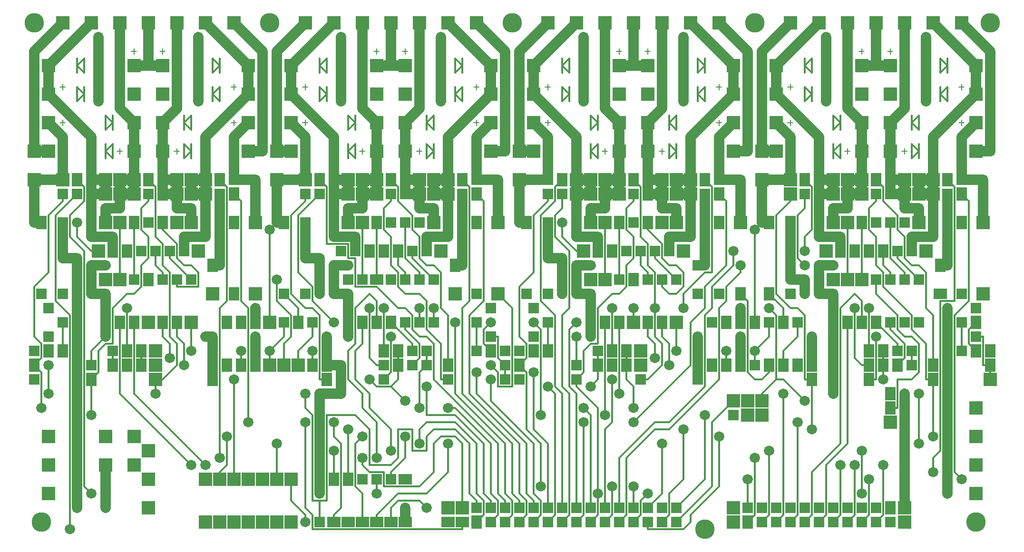
<source format=gtl>
%MOIN*%
%FSLAX25Y25*%
G04 D10 used for Character Trace; *
G04     Circle (OD=.00800) (No hole)*
G04 D11 used for Power Trace; *
G04     Circle (OD=.07200) (No hole)*
G04 D12 used for Signal Trace; *
G04     Circle (OD=.01200) (No hole)*
G04 D13 used for Via; *
G04     Circle (OD=.07200) (Round. Hole ID=.02000)*
G04 D14 used for Pad (shaved all sides); *
G04     Rect. (X=.07200, Y=.07200) (Round. Hole ID=.02700)*
G04 D15 used for Pad (shaved E/W); *
G04     Rect. (X=.07200, Y=.09200) (Round. Hole ID=.02700)*
G04 D16 used for Pad (shaved N/S); *
G04     Rect. (X=.09200, Y=.07200) (Round. Hole ID=.02700)*
G04 D17 used for Pad (not shaved); *
G04     Rect. (X=.09200, Y=.09200) (Round. Hole ID=.02700)*
G04 D18 used for Pad (shaved all sides); *
G04     Rect. (X=.07200, Y=.07200) (Round. Hole ID=.03400)*
G04 D19 used for Pad (shaved E/W); *
G04     Rect. (X=.07200, Y=.09200) (Round. Hole ID=.03400)*
G04 D20 used for Pad (shaved N/S); *
G04     Rect. (X=.09200, Y=.07200) (Round. Hole ID=.03400)*
G04 D21 used for Pad (not shaved); *
G04     Rect. (X=.09200, Y=.09200) (Round. Hole ID=.03400)*
G04 D22 used for Pad (shaved all sides); *
G04     Rect. (X=.07200, Y=.07200) (Round. Hole ID=.04400)*
G04 D23 used for Pad (shaved E/W); *
G04     Rect. (X=.07200, Y=.09200) (Round. Hole ID=.04400)*
G04 D24 used for Pad (shaved N/S); *
G04     Rect. (X=.09200, Y=.07200) (Round. Hole ID=.04400)*
G04 D25 used for Pad (not shaved); *
G04     Rect. (X=.09200, Y=.09200) (Round. Hole ID=.04400)*
G04 D26 used for Pad (shaved all sides); *
G04     Rect. (X=.07200, Y=.07200) (Round. Hole ID=.05150)*
G04 D27 used for Pad (shaved E/W); *
G04     Rect. (X=.07200, Y=.09200) (Round. Hole ID=.05150)*
G04 D28 used for Pad (shaved N/S); *
G04     Rect. (X=.09200, Y=.07200) (Round. Hole ID=.05150)*
G04 D29 used for Pad (not shaved); *
G04     Rect. (X=.09200, Y=.09200) (Round. Hole ID=.05150)*
G04 D30 used for Component hole; *
G04     Circle (OD=.09800) (Round. Hole ID=.07800)*
G04 D31 used for Component hole; *
G04     Circle (OD=.13700) (Round. Hole ID=.11700)*
G04 D32 used for Component hole; *
G04     Circle (OD=.16400) (Round. Hole ID=.14400)*
G04 D33 used for Component hole; *
G04     Circle (OD=.22500) (Round. Hole ID=.20500)*
%ADD10C,.00800*%
%ADD11C,.07200*%
%ADD12C,.01200*%
%ADD13C,.07200*%
%ADD14R,.07200X.07200*%
%ADD15R,.07200X.09200*%
%ADD16R,.09200X.07200*%
%ADD17R,.09200X.09200*%
%ADD18R,.07200X.07200*%
%ADD19R,.07200X.09200*%
%ADD20R,.09200X.07200*%
%ADD21R,.09200X.09200*%
%ADD22R,.07200X.07200*%
%ADD23R,.07200X.09200*%
%ADD24R,.09200X.07200*%
%ADD25R,.09200X.09200*%
%ADD26R,.07200X.07200*%
%ADD27R,.07200X.09200*%
%ADD28R,.09200X.07200*%
%ADD29R,.09200X.09200*%
%ADD30C,.09800*%
%ADD31C,.13700*%
%ADD32C,.16400*%
%ADD33C,.22500*%
%LPD*%
G90*X0Y0D02*D31*X15000Y20000D03*D13*              
X35000Y15000D03*D12*Y165000D01*X25000Y175000D01*  
Y235000D01*X40000Y250000D01*D18*D03*D12*          
X35000Y235000D02*X45000Y245000D01*                
X35000Y220000D02*Y235000D01*X45000Y210000D02*     
X35000Y220000D01*X45000Y45000D02*Y210000D01*      
X50000Y40000D02*X45000Y45000D01*D13*              
X50000Y40000D03*X60000Y30000D03*D11*Y60000D01*D17*
D03*D21*X80000Y80000D03*Y60000D03*D17*            
X60000Y80000D03*D21*X90000Y30000D03*D13*X40000D03*
D11*Y180000D01*D13*D03*D11*Y205000D01*X30000D01*  
Y230000D01*D18*D03*D12*X50000Y210000D02*          
X40000Y220000D01*X50000Y210000D02*X55000D01*D25*  
D03*D11*X65000D02*Y220000D01*D23*Y210000D03*D13*  
X60000Y200000D03*D11*X50000D01*Y180000D01*        
X60000D01*Y160000D01*D15*D03*D11*Y150000D01*D13*  
D03*D12*X50000Y140000D01*Y130000D01*D14*D03*D12*  
Y120000D02*X55000Y125000D01*D15*X50000Y120000D03* 
D12*Y95000D01*D13*D03*D12*X120000Y60000D02*       
X70000Y110000D01*D13*X120000Y60000D03*D17*        
X130000Y50000D03*D13*Y60000D03*D12*               
X80000Y110000D01*Y160000D01*D15*D03*D17*X90000D03*
D15*X70000D03*D12*Y110000D01*X55000Y125000D02*    
Y140000D01*X60000Y145000D01*X65000D01*Y170000D01* 
X75000Y180000D01*X80000D01*X85000Y185000D01*      
Y200000D01*X90000Y205000D01*Y220000D01*           
X85000Y225000D01*Y240000D01*X90000Y245000D01*     
Y250000D01*D18*D03*D12*X95000Y220000D02*          
Y255000D01*X100000Y215000D02*X95000Y220000D01*    
X100000Y200000D02*Y215000D01*X105000Y195000D02*   
X100000Y200000D01*X105000Y150000D02*Y195000D01*   
X110000Y145000D02*X105000Y150000D01*              
X110000Y130000D02*Y145000D01*X100000Y120000D02*   
X110000Y130000D01*X95000Y120000D02*X100000D01*D17*
X95000D03*D12*Y110000D01*D13*D03*                 
X115000Y130000D03*D12*Y145000D01*                 
X110000Y150000D01*Y160000D01*D15*D03*D12*         
X105000Y145000D02*X100000Y150000D01*              
X105000Y135000D02*Y145000D01*D13*Y135000D03*D17*  
X95000Y140000D03*Y130000D03*D13*X120000Y140000D03*
D12*Y160000D01*D17*D03*D13*X130000Y150000D03*D11* 
X135000D01*Y140000D01*D15*D03*D11*Y130000D01*D15* 
D03*D11*Y120000D01*D15*D03*X145000Y130000D03*D13* 
X150000Y120000D03*D12*Y50000D01*D17*D03*D12*      
X140000D02*Y55000D01*D17*Y50000D03*D12*Y55000D02* 
X145000Y60000D01*Y80000D01*D13*D03*               
X140000Y65000D03*D12*Y170000D01*X145000Y175000D01*
Y255000D01*X140000Y260000D01*D19*D03*             
X150000Y250000D03*D12*X155000Y245000D01*          
Y175000D01*X160000Y170000D01*Y90000D01*D13*D03*   
X180000Y75000D03*D12*Y50000D01*D17*D03*X190000D03*
D12*Y35000D01*X200000Y25000D01*Y20000D01*D13*D03* 
D12*X205000Y15000D02*X310000D01*Y20000D01*D20*D03*
D18*X320000Y30000D03*D12*Y35000D01*               
X315000Y40000D01*Y75000D01*X305000Y85000D01*      
X290000D01*X285000Y80000D01*Y70000D01*X275000D01* 
Y85000D01*X265000D01*Y65000D01*X260000Y60000D01*  
X245000D01*Y85000D01*X235000Y95000D01*X215000D01* 
Y35000D01*X210000D01*Y20000D01*D14*D03*D12*       
X205000Y15000D02*Y25000D01*X200000Y30000D01*      
Y90000D01*D13*D03*D12*X205000Y35000D02*Y95000D01* 
Y35000D02*X210000D01*D13*Y40000D03*D11*Y50000D01* 
D15*D03*D11*Y110000D01*X225000D01*Y130000D01*     
X215000D01*D15*D03*D11*Y140000D01*D15*D03*D11*    
Y150000D01*D13*D03*D14*X205000Y160000D03*D12*     
Y150000D01*X195000Y140000D01*Y130000D01*D17*D03*  
D13*X205000Y140000D03*D12*Y130000D01*D15*D03*     
X215000Y120000D03*D12*X210000D01*Y165000D01*      
X205000Y170000D01*X200000D01*X190000Y180000D01*   
Y235000D01*X200000Y245000D01*Y250000D01*D18*D03*  
D19*X210000Y260000D03*D12*X215000Y255000D01*      
Y215000D01*X230000D01*Y205000D01*X235000D01*      
Y185000D01*X250000D01*X265000Y170000D01*          
X270000D01*X275000Y165000D01*Y155000D01*          
X280000Y150000D01*X285000D01*X290000Y145000D01*   
Y120000D01*X335000Y75000D01*Y40000D01*            
X340000Y35000D01*Y30000D01*D18*D03*D12*Y20000D02* 
X345000Y25000D01*D18*X340000Y20000D03*D12*        
X345000Y25000D02*Y35000D01*X340000Y40000D01*      
Y75000D01*X305000Y110000D01*Y160000D01*D13*D03*   
D12*X300000Y130000D02*Y165000D01*D15*Y130000D03*  
D12*X295000Y120000D02*X300000D01*D14*D03*D12*     
X295000D02*Y145000D01*X285000Y155000D01*          
Y175000D01*X280000Y180000D01*X270000D01*          
X265000Y185000D01*Y195000D01*X260000Y200000D01*   
Y220000D01*X255000Y225000D01*Y240000D01*          
X260000Y245000D01*Y250000D01*D18*D03*D12*         
X275000Y235000D02*X265000Y245000D01*              
X275000Y225000D02*Y235000D01*X280000Y220000D02*   
X275000Y225000D01*X280000Y205000D02*Y220000D01*   
X285000Y200000D02*X280000Y205000D01*              
X285000Y200000D02*X290000D01*X295000Y195000D01*   
Y170000D01*X300000Y165000D01*D13*                 
X290000Y170000D03*D12*Y160000D01*D14*D03*D13*     
X280000Y170000D03*D12*Y160000D01*D14*D03*         
X270000D03*D12*Y155000D01*X280000Y145000D01*      
Y135000D01*X275000Y130000D01*D18*D03*D12*         
X280000Y100000D02*Y125000D01*D13*Y100000D03*D12*  
X285000Y95000D02*X305000D01*X325000Y75000D01*     
Y40000D01*X330000Y35000D01*Y30000D01*D18*D03*D12* 
Y20000D02*X335000Y25000D01*D18*X330000Y20000D03*  
D12*X335000Y25000D02*Y35000D01*X330000Y40000D01*  
Y75000D01*X305000Y100000D01*X300000D01*D13*D03*   
D12*X345000Y75000D02*X310000Y110000D01*           
X345000Y40000D02*Y75000D01*X350000Y35000D02*      
X345000Y40000D01*X350000Y30000D02*Y35000D01*D18*  
Y30000D03*D12*Y20000D02*X355000Y25000D01*D18*     
X350000Y20000D03*D12*X355000Y25000D02*Y35000D01*  
X350000Y40000D01*Y75000D01*X315000Y110000D01*     
Y165000D01*X325000Y175000D01*Y245000D01*          
X320000Y250000D01*D19*D03*D12*X315000Y175000D02*  
Y255000D01*X310000Y170000D02*X315000Y175000D01*   
X310000Y110000D02*Y170000D01*X355000Y75000D02*    
X320000Y110000D01*X355000Y40000D02*Y75000D01*     
X360000Y35000D02*X355000Y40000D01*                
X360000Y30000D02*Y35000D01*D18*Y30000D03*D12*     
Y20000D02*X365000Y25000D01*D18*X360000Y20000D03*  
D12*X365000Y25000D02*Y35000D01*X360000Y40000D01*  
Y75000D01*X330000Y105000D01*Y120000D01*D13*D03*   
D12*X335000Y115000D02*X345000D01*Y170000D01*      
X335000Y180000D01*D21*D03*D14*X330000Y170000D03*  
D18*X320000Y180000D03*D12*X350000Y150000D02*      
Y185000D01*X355000Y145000D02*X350000Y150000D01*   
X355000Y135000D02*Y145000D01*X350000Y130000D02*   
X355000Y135000D01*D15*X350000Y130000D03*D12*      
X355000Y125000D01*Y85000D01*X365000Y75000D01*     
Y45000D01*D13*D03*D18*X380000Y30000D03*D12*       
Y110000D01*X375000Y115000D01*Y165000D01*          
X365000Y175000D01*Y235000D01*X375000Y245000D01*   
Y255000D01*X380000Y260000D01*D19*D03*D21*         
X390000Y250000D03*D11*Y220000D01*X405000D01*      
Y210000D01*D23*D03*D13*X400000Y200000D03*D11*     
X390000D01*Y180000D01*X400000D01*Y160000D01*D15*  
D03*D11*Y150000D01*D13*D03*D12*Y145000D02*        
X405000D01*X395000Y140000D02*X400000Y145000D01*   
X395000Y125000D02*Y140000D01*X390000Y120000D02*   
X395000Y125000D01*D14*X390000Y120000D03*D12*      
Y115000D01*X405000Y100000D01*Y40000D01*D13*D03*   
D12*Y25000D01*X400000Y20000D01*D18*D03*D12*       
X390000D02*X395000Y25000D01*D18*X390000Y20000D03* 
D12*X395000Y25000D02*Y90000D01*D13*D03*D12*       
X400000Y30000D02*Y95000D01*D18*Y30000D03*         
X410000Y20000D03*D12*X415000Y25000D01*Y45000D01*  
D13*D03*D18*X430000Y30000D03*D12*Y45000D01*D13*   
D03*X440000Y40000D03*D12*X435000Y35000D01*        
Y25000D01*X430000Y20000D01*D18*D03*D12*X420000D02*
X425000Y25000D01*D18*X420000Y20000D03*D12*        
X425000Y25000D02*Y65000D01*X445000Y85000D01*      
X455000D01*X490000Y120000D01*Y170000D01*          
X495000Y175000D01*Y185000D01*X505000Y195000D01*   
Y200000D01*D13*D03*D12*X485000Y185000D02*         
X500000Y200000D01*X485000Y170000D02*Y185000D01*   
X480000Y165000D02*X485000Y170000D01*              
X480000Y115000D02*Y165000D01*X455000Y90000D02*    
X480000Y115000D01*X445000Y90000D02*X455000D01*    
X420000Y65000D02*X445000Y90000D01*                
X420000Y30000D02*Y65000D01*D18*Y30000D03*         
X410000D03*D12*Y85000D01*X415000Y90000D01*        
Y120000D01*D13*D03*D19*X425000Y130000D03*D12*     
Y120000D01*X430000Y115000D01*Y100000D01*D13*D03*  
X420000Y110000D03*D12*Y160000D01*D15*D03*D13*     
X430000Y170000D03*D12*Y160000D01*D17*D03*D12*     
X445000Y145000D02*X440000Y150000D01*              
X445000Y135000D02*Y145000D01*D13*Y135000D03*D12*  
X440000Y120000D02*X450000Y130000D01*              
X435000Y120000D02*X440000D01*D14*X435000D03*D12*  
X425000Y130000D02*Y140000D01*D19*D03*D17*         
X435000Y130000D03*D19*X415000D03*D17*             
X435000Y140000D03*D19*X415000D03*D12*Y170000D01*  
D13*D03*D12*Y180000D02*X420000D01*                
X405000Y170000D02*X415000Y180000D01*              
X405000Y145000D02*Y170000D01*D18*Y140000D03*D12*  
Y130000D01*D19*D03*D12*Y120000D01*                
X400000Y115000D01*D13*D03*D12*X390000Y30000D02*   
Y110000D01*D18*Y30000D03*D12*X380000Y20000D02*    
X385000Y25000D01*D18*X380000Y20000D03*D12*        
X385000Y25000D02*Y110000D01*X380000Y115000D01*    
Y165000D01*X385000Y170000D01*Y210000D01*          
X375000Y220000D01*Y235000D01*X380000Y240000D01*   
Y250000D01*D18*D03*D21*X390000Y260000D03*D11*     
Y250000D01*X400000D01*D21*D03*D11*Y260000D01*D21* 
D03*D11*X390000D01*Y290000D01*X360000Y320000D01*  
D21*D03*D11*Y340000D01*D21*D03*D11*               
X390000Y370000D01*D25*D03*D13*X395000Y360000D03*  
D11*Y315000D01*D13*D03*D12*X405000Y300000D02*     
Y305000D01*X400000Y295000D02*X405000Y300000D01*   
X400000Y295000D02*Y305000D01*X405000Y300000D01*   
Y295000D01*X400000Y280000D02*Y285000D01*          
Y275000D02*Y280000D01*X405000Y275000D02*          
Y285000D01*X400000Y280000D01*X405000Y275000D01*   
D10*X408200Y280000D02*X411800D01*                 
X410000Y282056D02*Y277944D01*D21*                 
X420000Y260000D03*D11*Y250000D01*D21*D03*D11*     
X410000D01*D21*D03*D11*Y240000D01*X400000D01*     
Y230000D01*D25*D03*X410000D03*D12*Y190000D01*D17* 
D03*D12*X420000Y180000D02*X425000Y185000D01*      
Y200000D01*X430000Y205000D01*Y220000D01*          
X425000Y225000D01*Y240000D01*X430000Y245000D01*   
Y250000D01*D18*D03*D12*X435000Y220000D02*         
Y255000D01*X440000Y215000D02*X435000Y220000D01*   
X440000Y200000D02*Y215000D01*X445000Y195000D02*   
X440000Y200000D01*X445000Y170000D02*Y195000D01*   
D13*Y170000D03*D12*Y150000D01*X450000Y145000D01*  
Y130000D01*D13*X455000D03*D12*Y145000D01*         
X450000Y150000D01*Y160000D01*D15*D03*D12*         
X440000Y150000D02*Y160000D01*D15*D03*D13*         
X460000Y140000D03*D12*Y160000D01*D17*D03*D13*     
X465000Y170000D03*D12*Y180000D01*                 
X480000Y195000D01*X485000D01*Y255000D01*          
X480000Y260000D01*D19*D03*X490000Y250000D03*D12*  
X495000Y245000D01*Y200000D01*X480000Y185000D01*   
Y170000D01*X470000Y160000D01*Y130000D01*          
X430000Y90000D01*D13*D03*X450000Y75000D03*D12*    
Y40000D01*X440000Y30000D01*D18*D03*               
X450000Y20000D03*D12*X455000Y25000D01*Y40000D01*  
X465000Y50000D01*Y85000D01*D13*D03*               
X480000Y95000D03*D12*Y50000D01*X460000Y30000D01*  
D18*D03*D12*X465000Y15000D02*X470000Y20000D01*    
X440000Y15000D02*X465000D01*X440000D02*Y20000D01* 
D18*D03*X450000Y30000D03*X460000Y20000D03*D12*    
X485000Y45000D01*Y90000D01*X500000Y105000D01*D21* 
D03*X510000Y95000D03*Y105000D03*D18*              
X500000Y95000D03*D12*X515000Y120000D02*X520000D01*
X525000Y125000D01*Y130000D01*D15*D03*D12*         
X550000Y105000D02*X535000Y120000D01*D13*          
X550000Y105000D03*D12*X530000Y120000D02*          
X535000D01*X520000Y110000D02*X530000Y120000D01*   
X520000Y105000D02*Y110000D01*D21*Y105000D03*      
Y95000D03*D12*X530000Y120000D02*Y165000D01*       
X525000Y170000D01*D13*D03*D15*X535000Y160000D03*  
D12*Y170000D01*X525000Y180000D01*D19*D03*D12*     
X540000Y170000D02*X530000Y180000D01*              
X540000Y170000D02*X545000D01*X550000Y165000D01*   
Y120000D01*X555000D01*D15*D03*D12*Y85000D01*D13*  
D03*X545000Y90000D03*D12*Y25000D01*               
X540000Y20000D01*D18*D03*D12*X530000D02*          
X535000Y25000D01*D18*X530000Y20000D03*D12*        
X535000Y25000D02*Y110000D01*D13*D03*D15*          
X555000Y130000D03*D11*Y140000D01*D15*D03*D11*     
Y150000D01*D13*D03*D14*X545000Y160000D03*D12*     
Y150000D01*X535000Y140000D01*Y130000D01*D15*D03*  
X545000D03*D13*X515000Y140000D03*D12*Y130000D01*  
D14*D03*D12*Y120000D02*X510000Y125000D01*         
Y175000D01*X505000Y180000D01*D19*D03*D13*         
Y170000D03*D11*Y160000D01*D15*D03*X515000D03*D12* 
Y225000D01*D13*D03*D11*X520000Y230000D02*         
X525000D01*D19*D03*D12*X530000Y180000D02*         
Y235000D01*D11*X540000Y190000D02*X550000D01*      
Y180000D01*D13*D03*D11*X540000Y190000D02*         
Y230000D01*D19*D03*D12*X545000Y205000D02*         
Y235000D01*X550000Y200000D02*X545000Y205000D01*   
D13*X550000Y200000D03*D11*X560000Y180000D02*      
Y200000D01*Y180000D02*X570000D01*Y160000D01*D15*  
D03*D11*Y150000D01*D13*D03*D11*Y110000D01*D13*D03*
D12*X590000Y130000D02*X595000D01*D15*D03*D12*     
X590000D02*X585000Y135000D01*Y170000D01*D13*D03*  
D12*X590000Y160000D02*Y175000D01*D15*Y160000D03*  
D13*X600000Y150000D03*D12*Y120000D01*X595000D01*  
D15*D03*D19*X605000Y130000D03*D12*Y120000D01*D13* 
D03*D19*X615000Y130000D03*D12*X620000Y135000D01*  
Y145000D01*X610000Y155000D01*Y160000D01*D14*D03*  
D12*X620000Y150000D02*X615000Y155000D01*          
X620000Y150000D02*X625000D01*X630000Y145000D01*   
Y125000D01*X625000Y120000D01*X615000D01*          
Y100000D01*X610000D01*D19*D03*D13*                
X620000Y110000D03*D11*Y30000D01*D21*D03*D18*      
X610000Y20000D03*D19*Y30000D03*D21*               
X620000Y20000D03*D12*X600000D02*X605000Y25000D01* 
D18*X600000Y20000D03*D12*X605000Y25000D02*        
Y60000D01*D13*D03*X595000Y50000D03*D12*Y25000D01* 
X590000Y20000D01*D18*D03*D12*X580000D02*          
X585000Y25000D01*D18*X580000Y20000D03*D12*        
X585000Y25000D02*Y60000D01*D13*D03*               
X590000Y70000D03*D12*Y40000D01*D13*D03*D18*       
X600000Y30000D03*X580000D03*X590000D03*D12*       
X570000Y20000D02*X575000Y25000D01*D18*            
X570000Y20000D03*D12*X575000Y25000D02*Y60000D01*  
D13*D03*D12*X565000Y25000D02*Y60000D01*           
X560000Y20000D02*X565000Y25000D01*D18*            
X560000Y20000D03*D12*X550000D02*X555000Y25000D01* 
D18*X550000Y20000D03*D12*X555000Y25000D02*        
Y55000D01*X575000Y75000D01*Y170000D01*            
X585000Y180000D01*X590000Y175000D01*D13*          
X595000Y170000D03*D12*Y140000D01*D15*D03*D12*     
X605000Y130000D02*Y140000D01*D19*D03*D18*         
X615000D03*D12*Y145000D01*X600000Y160000D01*D15*  
D03*D12*X615000Y155000D02*Y165000D01*             
X600000Y180000D01*Y190000D01*D14*D03*D12*         
X625000Y165000D02*X605000Y185000D01*              
X625000Y155000D02*Y165000D01*X635000Y145000D02*   
X625000Y155000D01*X635000Y120000D02*Y145000D01*   
Y120000D02*X640000D01*D15*D03*D12*Y80000D01*D13*  
D03*X630000Y75000D03*D12*Y110000D01*D13*D03*D21*  
X610000Y90000D03*D15*X640000Y130000D03*D12*       
Y165000D01*X635000Y170000D01*Y195000D01*          
X630000Y200000D01*X625000D01*X620000Y205000D01*   
Y220000D01*X615000Y225000D01*Y235000D01*          
X605000Y245000D01*Y255000D01*X600000Y260000D01*   
D19*D03*D18*X610000Y250000D03*D11*X620000D01*D21* 
D03*D11*Y240000D01*X630000D01*Y230000D01*D25*D03* 
D11*X625000Y220000D02*X640000D01*                 
X625000Y210000D02*Y220000D01*D22*Y210000D03*D25*  
X635000D03*D22*X615000D03*D12*Y205000D01*         
X630000Y190000D01*D14*D03*D12*X620000D02*         
Y195000D01*D14*Y190000D03*D12*Y195000D02*         
X610000Y205000D01*Y230000D01*D22*D03*D12*         
X600000Y200000D02*Y220000D01*X605000Y195000D02*   
X600000Y200000D01*X605000Y185000D02*Y195000D01*   
D14*X610000Y190000D03*D12*Y195000D01*             
X605000Y200000D01*Y210000D01*D23*D03*X595000D03*  
D12*X600000Y220000D02*X595000Y225000D01*          
Y240000D01*X600000Y245000D01*Y250000D01*D18*D03*  
X610000Y260000D03*D11*Y250000D01*D21*             
X620000Y260000D03*D11*Y250000D01*D21*             
X630000Y260000D03*D11*Y250000D01*D21*D03*D11*     
X640000D01*D21*D03*D11*Y220000D01*D22*            
X620000Y230000D03*D15*X645000Y200000D03*D11*      
X650000D01*Y250000D01*D18*D03*D12*                
X655000Y175000D02*Y255000D01*X645000Y175000D02*   
X655000D01*X645000Y70000D02*Y175000D01*           
X640000Y65000D02*X645000Y70000D01*                
X640000Y55000D02*Y65000D01*D13*Y55000D03*D12*     
X660000Y50000D02*X655000Y55000D01*D13*            
X660000Y50000D03*D12*X655000Y55000D02*Y165000D01* 
X665000Y175000D01*Y245000D01*X660000Y250000D01*   
D19*D03*D12*X655000Y255000D02*X650000Y260000D01*  
D19*D03*D11*X640000Y250000D02*Y260000D01*D21*D03* 
D11*X630000D01*X640000D02*Y290000D01*             
X670000Y320000D01*D21*D03*D11*Y340000D01*D21*D03* 
D11*X640000Y370000D01*D25*D03*D13*                
X635000Y360000D03*D11*Y315000D01*D13*D03*D12*     
X645000Y320000D02*Y325000D01*Y315000D02*          
Y320000D01*X650000Y315000D02*Y325000D01*          
X645000Y320000D01*X650000Y315000D01*D10*          
X658200Y325000D02*X661800D01*X660000Y327056D02*   
Y322944D01*X658200Y300000D02*X661800D01*          
X660000Y302056D02*Y297944D01*D12*                 
X630000Y295000D02*Y305000D01*X625000Y300000D01*   
Y295000D01*X630000D02*X625000Y300000D01*          
Y305000D01*D11*X610000Y300000D02*                 
X620000Y310000D01*D21*X610000Y300000D03*D11*      
Y280000D01*D21*D03*D11*Y260000D01*X620000D01*D12* 
X630000Y275000D02*Y280000D01*X625000Y275000D01*   
Y285000D01*X630000Y280000D01*Y285000D01*D10*      
X618200Y280000D02*X621800D01*X620000Y282056D02*   
Y277944D01*D11*Y310000D02*Y370000D01*D25*D03*D10* 
X608200Y350000D02*X611800D01*X610000Y352056D02*   
Y347944D01*D25*X600000Y370000D03*D11*Y340000D01*  
X590000D01*D21*D03*D11*X600000D02*X610000D01*D21* 
D03*X590000Y320000D03*D10*X588200Y350000D02*      
X591800D01*X590000Y352056D02*Y347944D01*D21*      
X610000Y320000D03*D25*X580000Y370000D03*D11*      
Y310000D01*X590000Y300000D01*D21*D03*D11*         
Y280000D01*D21*D03*D11*Y260000D01*D21*D03*D11*    
Y250000D01*D21*D03*D11*X580000D01*D21*D03*D11*    
Y240000D01*X570000D01*Y230000D01*D25*D03*D11*     
X560000Y220000D02*X575000D01*Y210000D01*D23*D03*  
D13*X570000Y200000D03*D11*X560000D01*D17*         
X570000Y190000D03*D13*X550000Y210000D03*D12*      
Y220000D01*X555000Y225000D01*Y255000D01*          
X550000Y260000D01*D19*D03*X560000Y250000D03*D11*  
Y220000D01*D25*X565000Y210000D03*D12*             
X545000Y235000D02*X550000Y240000D01*Y250000D01*   
D18*D03*X560000Y260000D03*D11*Y250000D01*         
X570000D01*D21*D03*D11*Y260000D01*D21*D03*D11*    
X560000D01*Y290000D01*X530000Y320000D01*D21*D03*  
D11*Y340000D01*D21*D03*D11*X560000Y370000D01*D25* 
D03*D13*X565000Y360000D03*D11*Y315000D01*D13*D03* 
D12*X575000Y300000D02*Y305000D01*                 
X570000Y295000D02*X575000Y300000D01*              
X570000Y295000D02*Y305000D01*X575000Y300000D01*   
Y295000D01*X570000Y280000D02*Y285000D01*          
Y275000D02*Y280000D01*X575000Y275000D02*          
Y285000D01*X570000Y280000D01*X575000Y275000D01*   
D10*X578200Y280000D02*X581800D01*                 
X580000Y282056D02*Y277944D01*D11*Y260000D02*      
X590000D01*D21*X580000D03*D11*Y250000D01*D22*     
X600000Y230000D03*D25*X580000D03*D12*Y190000D01*  
D17*D03*X590000D03*D12*Y230000D01*D23*D03*        
X585000Y210000D03*D18*X540000Y180000D03*D21*      
Y260000D03*D11*X520000D01*D17*D03*D11*Y230000D01* 
D12*X530000Y235000D02*X540000Y245000D01*          
Y250000D01*D21*D03*D11*Y260000D02*Y290000D01*     
X530000Y300000D01*D21*D03*D10*X538200D02*         
X541800D01*X540000Y302056D02*Y297944D01*D11*      
X500000Y280000D02*X510000D01*D21*X500000D03*D11*  
X490000Y260000D02*Y290000D01*D18*Y260000D03*D11*  
X505000D01*Y230000D01*D21*D03*D19*X490000D03*D13* 
X500000Y210000D03*D12*Y200000D01*D18*             
X490000Y180000D03*D11*X475000Y200000D02*          
X480000D01*D14*X475000D03*D11*X480000D02*         
Y250000D01*D18*D03*D21*X470000Y260000D03*D11*     
Y250000D01*D21*D03*D11*Y220000D01*X455000D01*     
Y210000D01*D22*D03*D12*X450000Y205000D02*         
Y215000D01*X455000Y200000D02*X450000Y205000D01*   
X455000Y200000D02*X460000D01*X465000Y195000D01*   
Y185000D01*X460000Y180000D01*X455000D01*          
X450000Y185000D01*Y190000D01*D14*D03*D12*         
X440000D02*Y195000D01*D14*Y190000D03*D12*         
Y195000D02*X435000Y200000D01*Y210000D01*D22*D03*  
D12*X460000Y190000D02*X445000Y205000D01*D14*      
X460000Y190000D03*D12*X445000Y205000D02*          
Y210000D01*D22*D03*D12*X450000Y215000D02*         
X440000Y225000D01*Y230000D01*D23*D03*D11*         
X450000Y240000D02*X460000D01*Y230000D01*D25*D03*  
D11*X450000Y240000D02*Y250000D01*D21*D03*D11*     
X440000D01*D19*D03*D11*Y260000D01*D18*D03*D11*    
X450000D01*D21*D03*D11*Y250000D01*D21*            
X460000Y260000D03*D11*Y250000D01*D21*D03*D11*     
X470000D01*X460000Y260000D02*X470000D01*          
Y290000D01*X500000Y320000D01*D21*D03*D11*         
Y340000D01*D21*D03*D11*X470000Y370000D01*D25*D03* 
D13*X465000Y360000D03*D11*Y315000D01*D13*D03*D12* 
X475000Y320000D02*Y325000D01*Y315000D02*          
Y320000D01*X480000Y315000D02*Y325000D01*          
X475000Y320000D01*X480000Y315000D01*D10*          
X488200Y325000D02*X491800D01*X490000Y327056D02*   
Y322944D01*X488200Y300000D02*X491800D01*          
X490000Y302056D02*Y297944D01*D12*                 
X460000Y295000D02*Y305000D01*X455000Y300000D01*   
Y295000D01*X460000D02*X455000Y300000D01*          
Y305000D01*D11*X440000Y300000D02*                 
X450000Y310000D01*D21*X440000Y300000D03*D11*      
Y280000D01*D21*D03*D11*Y260000D01*D12*            
X435000Y255000D02*X430000Y260000D01*D19*D03*D11*  
X410000D02*X420000D01*D21*X410000D03*D11*         
Y250000D01*X420000Y260000D02*Y280000D01*D21*D03*  
D11*Y300000D01*D21*D03*D11*X410000Y310000D01*     
Y370000D01*D25*D03*X430000D03*D11*Y340000D01*     
X420000D01*D21*D03*D11*X430000D02*X440000D01*D21* 
D03*D10*X438200Y350000D02*X441800D01*             
X440000Y352056D02*Y347944D01*D21*                 
X420000Y320000D03*D10*X418200Y350000D02*          
X421800D01*X420000Y352056D02*Y347944D01*D21*      
X440000Y320000D03*D25*X450000Y370000D03*D11*      
Y310000D01*D12*X475000Y335000D02*                 
X480000Y340000D01*Y335000D01*Y340000D02*          
Y345000D01*X475000Y335000D02*Y345000D01*          
X480000Y340000D01*D25*X490000Y370000D03*D11*      
X510000Y350000D01*Y280000D01*D17*X520000D03*D11*  
X530000D01*D21*D03*D11*X520000D02*Y350000D01*     
X540000Y370000D01*D25*D03*D31*X515000D03*D12*     
X550000Y340000D02*Y345000D01*Y335000D02*          
Y340000D01*X555000Y335000D02*Y345000D01*          
X550000Y340000D01*X555000Y335000D01*              
X550000Y315000D02*Y325000D01*Y315000D02*          
X555000Y320000D01*Y315000D01*Y320000D02*          
Y325000D01*Y320000D02*X550000Y325000D01*D10*      
X538200D02*X541800D01*X540000Y327056D02*          
Y322944D01*D21*X500000Y300000D03*D11*             
X490000Y290000D01*D12*X460000Y280000D02*          
Y285000D01*X455000Y275000D02*X460000Y280000D01*   
X455000Y275000D02*Y285000D01*X460000Y280000D01*   
Y275000D01*D10*X448200Y280000D02*X451800D01*      
X450000Y282056D02*Y277944D01*D23*                 
X420000Y230000D03*D12*Y190000D01*D14*D03*D15*     
X430000D03*D22*X425000Y210000D03*D17*             
X400000Y190000D03*D23*X415000Y210000D03*D25*      
X395000D03*D12*X390000D01*X380000Y220000D01*      
Y230000D01*D13*D03*D18*X370000D03*D11*Y205000D01* 
X380000D01*Y180000D01*D13*D03*D18*X370000D03*D13* 
X360000Y160000D03*D12*X365000Y155000D01*Y95000D01*
D13*D03*D12*X370000Y75000D02*X360000Y85000D01*    
X370000Y30000D02*Y75000D01*D18*Y30000D03*D12*     
Y20000D02*X375000Y25000D01*D18*X370000Y20000D03*  
D12*X375000Y25000D02*Y110000D01*X370000Y115000D01*
D13*D03*X360000Y125000D03*D12*Y85000D01*          
X390000Y110000D02*X385000Y115000D01*Y155000D01*   
X390000Y160000D01*D13*D03*Y150000D03*D12*         
Y130000D01*D14*D03*D19*X370000Y140000D03*D12*     
Y160000D01*D14*D03*X360000Y170000D03*Y150000D03*  
D18*X350000Y140000D03*D19*X360000D03*D18*         
X355000Y180000D03*D12*X350000Y185000D02*          
X360000Y195000D01*Y235000D01*X370000Y245000D01*   
Y250000D01*D18*D03*Y260000D03*D11*X350000D01*D17* 
D03*D11*Y230000D01*X355000D01*D19*D03*D21*        
X335000D03*D11*Y260000D01*X320000D01*D18*D03*D11* 
Y290000D01*X330000Y300000D01*D21*D03*D10*         
X318200D02*X321800D01*X320000Y302056D02*          
Y297944D01*D17*X350000Y280000D03*D11*X360000D01*  
D21*D03*D11*X370000Y260000D02*Y290000D01*         
X350000Y280000D02*Y350000D01*X370000Y370000D01*   
D25*D03*D31*X345000D03*D12*X380000Y340000D02*     
Y345000D01*Y335000D02*Y340000D01*                 
X385000Y335000D02*Y345000D01*X380000Y340000D01*   
X385000Y335000D01*X380000Y315000D02*Y325000D01*   
Y315000D02*X385000Y320000D01*Y315000D01*          
Y320000D02*Y325000D01*Y320000D02*                 
X380000Y325000D01*D10*X368200D02*X371800D01*      
X370000Y327056D02*Y322944D01*X368200Y300000D02*   
X371800D01*X370000Y302056D02*Y297944D01*D21*      
X360000Y300000D03*D11*X370000Y290000D01*          
X330000Y280000D02*X340000D01*D21*X330000D03*D11*  
X340000D02*Y350000D01*X320000Y370000D01*D25*D03*  
X300000D03*D11*X330000Y340000D01*D21*D03*D11*     
Y320000D01*D21*D03*D11*X300000Y290000D01*         
Y260000D01*D21*D03*D11*Y250000D01*D21*D03*D11*    
Y220000D01*X285000D01*Y210000D01*D22*D03*D25*     
X295000D03*D22*X275000D03*D12*Y205000D01*         
X290000Y190000D01*D14*D03*D12*X280000D02*         
Y195000D01*D14*Y190000D03*D12*Y195000D02*         
X270000Y205000D01*Y230000D01*D22*D03*D11*         
X280000Y240000D02*X290000D01*Y230000D01*D25*D03*  
D11*X280000Y240000D02*Y250000D01*D21*D03*D11*     
X270000D01*D18*D03*D11*Y260000D01*D18*D03*D11*    
X280000D01*D21*D03*D11*Y250000D01*D21*            
X290000Y260000D03*D11*Y250000D01*D21*D03*D11*     
X300000D01*D19*X310000Y260000D03*D12*             
X315000Y255000D01*D18*X310000Y250000D03*D11*      
Y200000D01*X305000D01*D15*D03*D17*Y180000D03*D19* 
X320000Y230000D03*D22*X280000D03*D12*             
X270000Y190000D02*Y195000D01*D14*Y190000D03*D12*  
Y195000D02*X265000Y200000D01*Y210000D01*D23*D03*  
X255000D03*D16*X250000Y190000D03*D12*Y230000D01*  
D23*D03*D11*X230000Y240000D02*X240000D01*         
X230000Y230000D02*Y240000D01*D25*Y230000D03*D11*  
X240000Y240000D02*Y250000D01*D21*D03*D11*         
X250000D01*D21*D03*D11*Y260000D01*D21*D03*D11*    
X240000D01*D21*D03*D11*Y250000D01*                
X250000Y260000D02*Y280000D01*D21*D03*D11*         
Y300000D01*D21*D03*D11*X240000Y310000D01*         
Y370000D01*D25*D03*D13*X225000Y360000D03*D11*     
Y315000D01*D13*D03*D12*X235000Y300000D02*         
Y305000D01*X230000Y295000D02*X235000Y300000D01*   
X230000Y295000D02*Y305000D01*X235000Y300000D01*   
Y295000D01*X230000Y280000D02*Y285000D01*          
Y275000D02*Y280000D01*X235000Y275000D02*          
Y285000D01*X230000Y280000D01*X235000Y275000D01*   
D10*X238200Y280000D02*X241800D01*                 
X240000Y282056D02*Y277944D01*D11*                 
X220000Y260000D02*Y290000D01*D18*Y260000D03*D11*  
Y250000D01*D19*D03*D11*Y220000D01*X235000D01*     
Y210000D01*D22*D03*D13*X230000Y200000D03*D11*     
X220000D01*Y180000D01*X230000D01*Y160000D01*D15*  
D03*D11*Y150000D01*D13*D03*D12*Y140000D02*        
X235000Y145000D01*X230000Y120000D02*Y140000D01*   
X240000Y110000D02*X230000Y120000D01*              
X240000Y100000D02*Y110000D01*X250000Y90000D02*    
X240000Y100000D01*X250000Y65000D02*Y90000D01*D13* 
Y65000D03*D12*X260000Y50000D02*Y55000D01*D14*     
Y50000D03*D12*X255000Y45000D02*Y55000D01*         
Y45000D02*X280000D01*X290000Y55000D01*Y75000D01*  
X295000Y80000D01*X305000D01*X310000Y75000D01*     
Y30000D01*D21*D03*D19*X320000Y20000D03*D12*       
X325000Y25000D01*Y35000D01*X320000Y40000D01*      
Y75000D01*X305000Y90000D01*X285000D01*            
X280000Y85000D01*Y75000D01*D13*D03*D12*           
X260000Y55000D02*X270000Y65000D01*                
X245000Y55000D02*X255000D01*X245000D02*           
X240000Y60000D01*Y65000D01*D13*D03*D12*           
X235000Y45000D02*Y75000D01*X240000Y40000D02*      
X235000Y45000D01*X240000Y20000D02*Y40000D01*D16*  
Y20000D03*X250000D03*D12*Y25000D01*               
X265000Y40000D01*X285000D01*X300000Y55000D01*     
Y75000D01*D13*D03*D12*X285000Y95000D02*Y115000D01*
D13*D03*D12*X280000Y125000D02*X285000Y130000D01*  
D18*D03*D12*Y140000D01*D18*D03*D12*X275000D02*    
Y145000D01*D18*Y140000D03*D12*Y145000D02*         
X260000Y160000D01*D15*D03*X250000D03*D12*         
Y175000D01*X245000Y180000D01*X235000Y170000D01*   
Y145000D01*Y140000D02*X240000Y145000D01*          
X235000Y120000D02*Y140000D01*X245000Y110000D02*   
X235000Y120000D01*X245000Y100000D02*Y110000D01*   
X260000Y85000D02*X245000Y100000D01*               
X260000Y70000D02*Y85000D01*D13*Y70000D03*         
X270000Y80000D03*D12*Y65000D01*D16*Y50000D03*D14* 
X250000D03*D12*Y40000D01*D13*D03*D12*             
X260000Y20000D02*Y30000D01*D16*Y20000D03*D13*     
X270000Y30000D03*D11*Y20000D01*D16*D03*D12*       
X260000Y30000D02*X265000Y35000D01*X280000D01*     
X285000Y30000D01*D13*D03*D20*X300000Y20000D03*D21*
Y30000D03*D14*X240000Y50000D03*D12*               
X235000Y75000D02*X240000Y80000D01*D13*D03*        
X230000Y85000D03*D12*Y50000D01*D15*D03*X220000D03*
D12*Y70000D01*D13*D03*D12*X225000Y30000D02*       
Y75000D01*X220000Y25000D02*X225000Y30000D01*      
X220000Y20000D02*Y25000D01*D16*Y20000D03*         
X230000D03*D17*X190000D03*X180000D03*             
X170000Y50000D03*Y20000D03*D12*X225000Y75000D02*  
X220000Y80000D01*Y90000D01*D13*D03*D12*           
X205000Y95000D02*X200000Y100000D01*Y110000D01*D13*
D03*D17*X185000Y130000D03*D12*Y145000D01*         
X190000Y150000D01*Y165000D01*X180000Y175000D01*   
Y190000D01*D13*D03*D18*X185000Y180000D03*D12*     
X195000Y170000D01*Y160000D01*D15*D03*D12*         
X175000Y140000D02*X185000Y150000D01*D13*          
X175000Y140000D03*D12*Y130000D01*D17*D03*D15*     
X165000D03*D11*Y150000D01*D13*D03*D17*            
X175000Y160000D03*D12*Y225000D01*D13*D03*D11*     
X180000Y230000D02*X185000D01*D19*D03*D11*         
X180000D02*Y260000D01*D17*D03*D11*X200000D01*D21* 
D03*D11*Y290000D01*X190000Y300000D01*D21*D03*D10* 
X198200D02*X201800D01*X200000Y302056D02*          
Y297944D01*D11*X160000Y280000D02*X170000D01*D21*  
X160000D03*D11*X150000Y260000D02*Y290000D01*D18*  
Y260000D03*D11*X165000D01*Y230000D01*D21*D03*D19* 
X150000D03*D18*X140000Y250000D03*D11*Y200000D01*  
X135000D01*D15*D03*D25*X125000Y210000D03*D12*     
Y185000D02*Y195000D01*X110000Y185000D02*          
X125000D01*X110000D02*Y190000D01*D14*D03*D12*     
X125000Y195000D02*X120000Y200000D01*X115000D01*   
X110000Y205000D01*Y215000D01*X100000Y225000D01*   
Y230000D01*D23*D03*D11*X110000Y240000D02*         
X120000D01*Y230000D01*D25*D03*D11*                
X115000Y220000D02*X130000D01*X115000Y210000D02*   
Y220000D01*D22*Y210000D03*X105000D03*D12*         
Y205000D01*X120000Y190000D01*D14*D03*D17*         
X135000Y180000D03*D12*X100000Y190000D02*          
Y195000D01*D14*Y190000D03*D12*Y195000D02*         
X95000Y200000D01*Y210000D01*D22*D03*X85000D03*D25*
X110000Y230000D03*D14*X80000Y190000D03*D12*       
Y230000D01*D23*D03*D11*X60000Y240000D02*X70000D01*
X60000Y230000D02*Y240000D01*D25*Y230000D03*D11*   
X70000Y240000D02*Y250000D01*D21*D03*D11*X80000D01*
D21*D03*D11*Y260000D01*D21*D03*D11*X70000D01*D21* 
D03*D11*Y250000D01*X80000Y260000D02*Y280000D01*   
D21*D03*D11*Y300000D01*D21*D03*D11*               
X70000Y310000D01*Y370000D01*D25*D03*D13*          
X55000Y360000D03*D11*Y315000D01*D13*D03*D12*      
X65000Y300000D02*Y305000D01*X60000Y295000D02*     
X65000Y300000D01*X60000Y295000D02*Y305000D01*     
X65000Y300000D01*Y295000D01*X60000Y280000D02*     
Y285000D01*Y275000D02*Y280000D01*X65000Y275000D02*
Y285000D01*X60000Y280000D01*X65000Y275000D01*D10* 
X68200Y280000D02*X71800D01*X70000Y282056D02*      
Y277944D01*D11*X50000Y260000D02*Y290000D01*D18*   
Y260000D03*D11*Y250000D01*D19*D03*D11*Y220000D01* 
X65000D01*D23*X75000Y210000D03*D25*               
X70000Y230000D03*D12*Y190000D01*D17*D03*X60000D03*
D15*X90000D03*D13*X75000Y170000D03*D12*Y140000D01*
D19*D03*X85000Y130000D03*D12*Y140000D01*D19*D03*  
X75000Y130000D03*D12*X100000Y150000D02*Y160000D01*
D15*D03*D18*X65000Y140000D03*D12*Y130000D01*D19*  
D03*D14*X30000Y160000D03*D12*Y140000D01*D19*D03*  
D14*X20000Y150000D03*D13*Y130000D03*D12*          
Y110000D01*D13*D03*D14*X10000Y120000D03*D13*      
X15000Y100000D03*D12*Y125000D01*X10000Y130000D01* 
D15*D03*D12*X15000Y135000D01*Y145000D01*          
X10000Y150000D01*Y185000D01*X20000Y195000D01*     
Y235000D01*X30000Y245000D01*Y250000D01*D18*D03*   
D19*X40000Y260000D03*D12*X45000Y255000D01*        
Y245000D01*D11*X50000Y250000D02*X60000D01*D21*D03*
D11*Y260000D01*D21*D03*D11*X50000D01*D21*         
X30000D03*D11*X10000D01*D17*D03*D11*Y230000D01*   
X15000D01*D19*D03*D12*X40000Y220000D02*Y230000D01*
D13*D03*D11*X30000Y260000D02*Y290000D01*          
X20000Y300000D01*D21*D03*D10*X28200D02*X31800D01* 
X30000Y302056D02*Y297944D01*D17*X10000Y280000D03* 
D11*X20000D01*D21*D03*D11*X10000D02*Y350000D01*   
X30000Y370000D01*D25*D03*X50000D03*D11*           
X20000Y340000D01*D21*D03*D11*Y320000D01*D21*D03*  
D11*X50000Y290000D01*D12*X45000Y315000D02*        
Y320000D01*X40000Y315000D01*Y325000D01*           
X45000Y320000D01*Y325000D01*Y335000D02*Y345000D01*
X40000Y340000D01*Y335000D01*X45000D02*            
X40000Y340000D01*Y345000D01*D10*X28200Y325000D02* 
X31800D01*X30000Y327056D02*Y322944D01*D31*        
X10000Y370000D03*D21*X80000Y320000D03*Y340000D03* 
D11*X90000D01*X100000D01*D21*D03*D10*             
X98200Y350000D02*X101800D01*X100000Y352056D02*    
Y347944D01*D11*X90000Y340000D02*Y370000D01*D25*   
D03*D10*X78200Y350000D02*X81800D01*               
X80000Y352056D02*Y347944D01*D25*X110000Y370000D03*
D11*Y310000D01*X100000Y300000D01*D21*D03*D11*     
Y280000D01*D21*D03*D11*Y260000D01*D18*D03*D11*    
Y250000D01*D19*D03*D11*X110000D01*D21*D03*D11*    
Y240000D01*D21*X120000Y250000D03*D11*X130000D01*  
D21*D03*D11*Y220000D01*Y250000D02*Y260000D01*D21* 
D03*D11*X120000D01*D21*D03*D11*Y250000D01*        
X130000Y260000D02*Y290000D01*X160000Y320000D01*   
D21*D03*D11*Y340000D01*D21*D03*D11*               
X130000Y370000D01*D25*D03*D13*X125000Y360000D03*  
D11*Y315000D01*D13*D03*D12*X135000Y320000D02*     
Y325000D01*Y315000D02*Y320000D01*                 
X140000Y315000D02*Y325000D01*X135000Y320000D01*   
X140000Y315000D01*D10*X148200Y325000D02*          
X151800D01*X150000Y327056D02*Y322944D01*          
X148200Y300000D02*X151800D01*X150000Y302056D02*   
Y297944D01*D12*X120000Y295000D02*Y305000D01*      
X115000Y300000D01*Y295000D01*X120000D02*          
X115000Y300000D01*Y305000D01*D21*                 
X100000Y320000D03*D12*X115000Y275000D02*          
Y285000D01*Y275000D02*X120000Y280000D01*          
Y275000D01*Y280000D02*Y285000D01*Y280000D02*      
X115000Y285000D01*D10*X108200Y280000D02*          
X111800D01*X110000Y282056D02*Y277944D01*D11*      
X100000Y260000D02*X110000D01*D21*D03*D11*         
Y250000D01*D12*X95000Y255000D02*X90000Y260000D01* 
D19*D03*D22*Y230000D03*D11*X150000Y290000D02*     
X160000Y300000D01*D21*D03*D17*X180000Y280000D03*  
D11*X190000D01*D21*D03*D11*X180000D02*Y350000D01* 
X200000Y370000D01*D25*D03*X220000D03*D11*         
X190000Y340000D01*D21*D03*D11*Y320000D01*D21*D03* 
D11*X220000Y290000D01*D12*X215000Y315000D02*      
Y320000D01*X210000Y315000D01*Y325000D01*          
X215000Y320000D01*Y325000D01*Y335000D02*          
Y345000D01*X210000Y340000D01*Y335000D01*          
X215000D02*X210000Y340000D01*Y345000D01*D10*      
X198200Y325000D02*X201800D01*X200000Y327056D02*   
Y322944D01*D31*X175000Y370000D03*D21*             
X250000Y320000D03*Y340000D03*D11*X260000D01*      
X270000D01*D21*D03*D10*X268200Y350000D02*         
X271800D01*X270000Y352056D02*Y347944D01*D11*      
X260000Y340000D02*Y370000D01*D25*D03*D10*         
X248200Y350000D02*X251800D01*X250000Y352056D02*   
Y347944D01*D25*X280000Y370000D03*D11*Y310000D01*  
X270000Y300000D01*D21*D03*D11*Y280000D01*D21*D03* 
D11*Y260000D01*D12*X265000Y245000D02*Y255000D01*  
X260000Y260000D01*D19*D03*D10*X278200Y280000D02*  
X281800D01*X280000Y282056D02*Y277944D01*D12*      
X285000Y275000D02*Y285000D01*Y275000D02*          
X290000Y280000D01*Y275000D01*Y280000D02*          
Y285000D01*Y280000D02*X285000Y285000D01*          
X290000Y295000D02*Y305000D01*X285000Y300000D01*   
Y295000D01*X290000D02*X285000Y300000D01*          
Y305000D01*D13*X295000Y315000D03*D11*Y360000D01*  
D13*D03*D12*X310000Y340000D02*Y345000D01*         
X305000Y335000D02*X310000Y340000D01*              
X305000Y335000D02*Y345000D01*X310000Y340000D01*   
Y335000D01*D10*X318200Y325000D02*X321800D01*      
X320000Y327056D02*Y322944D01*D12*                 
X305000Y320000D02*Y325000D01*Y315000D02*          
Y320000D01*X310000Y315000D02*Y325000D01*          
X305000Y320000D01*X310000Y315000D01*D21*          
X270000Y320000D03*D11*X290000Y260000D02*          
X300000D01*D22*X260000Y230000D03*D23*             
X245000Y210000D03*D25*X240000Y230000D03*D12*      
Y190000D01*D14*D03*X230000D03*X260000D03*D13*     
X245000Y170000D03*D12*Y135000D01*                 
X250000Y130000D01*X255000D01*D14*D03*D12*         
Y120000D02*X260000Y125000D01*D14*                 
X255000Y120000D03*D12*X270000Y105000D02*          
X260000Y115000D01*D13*X270000Y105000D03*D12*      
X250000Y115000D02*X260000D01*X250000D02*          
X245000Y120000D01*D13*D03*D12*X260000Y115000D02*  
X265000Y120000D01*Y130000D01*D19*D03*D12*         
Y140000D01*D19*D03*D15*X255000D03*D12*Y170000D01* 
D13*D03*D15*X240000Y160000D03*D12*Y145000D01*     
X260000Y125000D02*Y150000D01*D13*D03*             
X220000Y160000D03*D12*X205000Y175000D01*          
Y185000D01*X195000Y195000D01*Y235000D01*          
X210000Y250000D01*D18*D03*D11*X220000Y260000D02*  
X230000D01*D21*D03*D11*Y250000D01*D21*D03*D11*    
X220000D01*D18*X200000Y230000D03*D11*Y205000D01*  
X210000D01*Y180000D01*D13*D03*D18*X200000D03*D14* 
X185000Y160000D03*D12*Y150000D01*D13*             
X165000Y170000D03*D11*Y160000D01*D15*D03*         
X155000D03*D13*Y140000D03*D12*Y130000D01*D15*D03* 
X145000Y160000D03*D21*X165000Y180000D03*D19*      
X150000D03*D21*X90000Y70000D03*D22*               
X225000Y210000D03*D21*X90000Y50000D03*D17*        
X160000D03*X130000Y20000D03*X140000D03*X150000D03*
X160000D03*D18*X30000Y180000D03*D14*              
X20000Y170000D03*D19*Y140000D03*D25*Y80000D03*    
Y60000D03*Y40000D03*D18*X15000Y180000D03*         
X10000Y140000D03*D11*X170000Y280000D02*Y350000D01*
X150000Y370000D01*D25*D03*D12*X135000Y335000D02*  
Y345000D01*Y335000D02*X140000Y340000D01*          
Y335000D01*Y340000D02*Y345000D01*Y340000D02*      
X135000Y345000D01*D14*X320000Y160000D03*D12*      
Y140000D01*D18*D03*D12*X330000D02*                
X325000Y145000D01*D19*X330000Y140000D03*D12*      
X340000Y130000D02*X335000Y135000D01*D14*          
X340000Y130000D03*D12*Y120000D01*D14*D03*D12*     
X335000Y115000D02*Y125000D01*X330000Y130000D01*   
D13*D03*D12*X335000Y135000D02*Y150000D01*         
X330000D01*D14*D03*D12*X325000Y145000D02*         
Y155000D01*X330000Y160000D01*D13*D03*D18*         
X340000Y140000D03*D13*X320000Y125000D03*D12*      
Y110000D01*D14*X350000Y120000D03*D13*             
X395000Y100000D03*D12*X400000Y95000D01*D13*       
X410000D03*D12*Y160000D01*D15*D03*D25*            
X465000Y210000D03*D14*X475000Y120000D03*D11*      
Y130000D01*D15*D03*D11*Y140000D01*D15*D03*D11*    
Y150000D01*D13*D03*D14*X485000Y160000D03*D15*     
X495000Y130000D03*D12*Y140000D01*D13*D03*D15*     
X505000Y130000D03*D11*Y150000D01*D13*D03*D12*     
X515000Y140000D02*X525000Y150000D01*Y160000D01*   
D14*D03*D15*X495000D03*X485000Y130000D03*D14*     
X475000Y180000D03*D15*X580000Y160000D03*D12*      
Y75000D01*X565000Y60000D01*D18*X540000Y30000D03*  
X550000D03*X560000D03*X570000D03*X530000D03*D13*  
X525000Y70000D03*D12*Y25000D01*X520000Y20000D01*  
D18*D03*D12*X510000D02*X515000Y25000D01*D19*      
X510000Y20000D03*D12*X515000Y25000D02*Y65000D01*  
D13*D03*X510000Y50000D03*D12*Y30000D01*D18*D03*   
D21*X500000Y20000D03*D18*X520000Y30000D03*D21*    
X500000D03*D12*X470000Y25000D02*X490000Y45000D01* 
X470000Y20000D02*Y25000D01*D31*X480000Y15000D03*  
D12*X490000Y45000D02*Y80000D01*D13*D03*D19*       
X610000Y110000D03*D14*X620000Y160000D03*D18*      
X625000Y130000D03*D12*Y140000D01*D18*D03*D14*     
X630000Y160000D03*D13*X650000Y170000D03*D11*      
Y40000D01*D13*D03*D31*X670000Y20000D03*D25*       
Y60000D03*Y40000D03*Y80000D03*Y100000D03*D17*     
X680000Y120000D03*D12*Y130000D01*D15*D03*D12*     
X675000D01*Y150000D01*X670000D01*D14*D03*D12*     
X665000Y145000D02*Y155000D01*X670000Y140000D02*   
X665000Y145000D01*D19*X670000Y140000D03*          
X680000D03*D18*X660000D03*D12*Y160000D01*D14*D03* 
D12*X665000Y155000D02*X670000Y160000D01*D15*D03*  
D14*Y170000D03*D21*X675000Y180000D03*D18*         
X660000D03*D16*X645000D03*D21*X675000Y230000D03*  
D11*Y260000D01*X660000D01*D18*D03*D11*Y290000D01* 
X670000Y300000D01*D21*D03*Y280000D03*D11*         
X680000D01*Y350000D01*X660000Y370000D01*D25*D03*  
D31*X680000D03*D12*X645000Y335000D02*Y345000D01*  
Y335000D02*X650000Y340000D01*Y335000D01*          
Y340000D02*Y345000D01*Y340000D02*                 
X645000Y345000D01*D19*X660000Y230000D03*D25*      
X450000D03*D22*X430000D03*M02*                    

</source>
